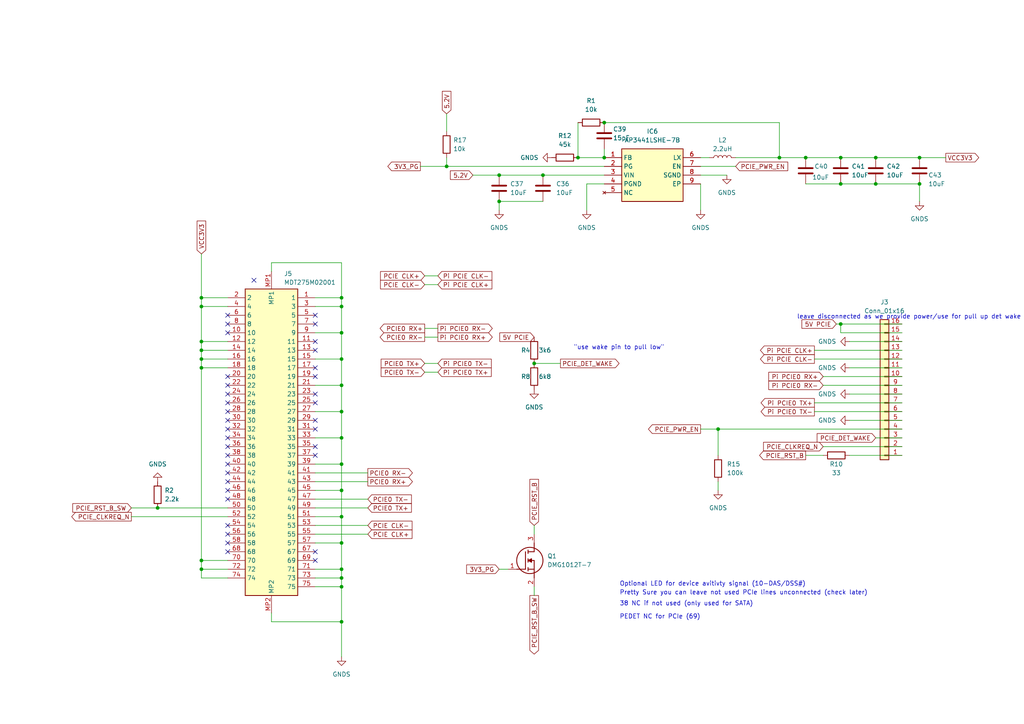
<source format=kicad_sch>
(kicad_sch (version 20230121) (generator eeschema)
  (paper "A4")
  (lib_symbols
    (symbol "Connector:MDT275M02001"
      (property "Reference" "J" (at 95.25 12.7 0))
      (property "Value" "MDT275M02001" (at 95.25 10.16 0))
      (symbol "MDT275M02001_1_1"
        (rectangle (start 5.08 7.62) (end 93.98 -7.62) (stroke (width 0.254)) (fill (type background)))
        (pin passive line (at 7.62 12.7 270) (length 5.08) (name "1") (number "1"))
        (pin passive line (at 17.78 -12.7 90) (length 5.08) (name "10") (number "10"))
        (pin passive line (at 20.32 12.7 270) (length 5.08) (name "11") (number "11"))
        (pin passive line (at 20.32 -12.7 90) (length 5.08) (name "12") (number "12"))
        (pin passive line (at 22.86 12.7 270) (length 5.08) (name "13") (number "13"))
        (pin passive line (at 22.86 -12.7 90) (length 5.08) (name "14") (number "14"))
        (pin passive line (at 25.4 12.7 270) (length 5.08) (name "15") (number "15"))
        (pin passive line (at 25.4 -12.7 90) (length 5.08) (name "16") (number "16"))
        (pin passive line (at 27.94 12.7 270) (length 5.08) (name "17") (number "17"))
        (pin passive line (at 27.94 -12.7 90) (length 5.08) (name "18") (number "18"))
        (pin passive line (at 30.48 12.7 270) (length 5.08) (name "19") (number "19"))
        (pin passive line (at 7.62 -12.7 90) (length 5.08) (name "2") (number "2"))
        (pin passive line (at 30.48 -12.7 90) (length 5.08) (name "20") (number "20"))
        (pin passive line (at 33.02 12.7 270) (length 5.08) (name "21") (number "21"))
        (pin passive line (at 33.02 -12.7 90) (length 5.08) (name "22") (number "22"))
        (pin passive line (at 35.56 12.7 270) (length 5.08) (name "23") (number "23"))
        (pin passive line (at 35.56 -12.7 90) (length 5.08) (name "24") (number "24"))
        (pin passive line (at 38.1 12.7 270) (length 5.08) (name "25") (number "25"))
        (pin passive line (at 38.1 -12.7 90) (length 5.08) (name "26") (number "26"))
        (pin passive line (at 40.64 12.7 270) (length 5.08) (name "27") (number "27"))
        (pin passive line (at 40.64 -12.7 90) (length 5.08) (name "28") (number "28"))
        (pin passive line (at 43.18 12.7 270) (length 5.08) (name "29") (number "29"))
        (pin passive line (at 10.16 12.7 270) (length 5.08) (name "3") (number "3"))
        (pin passive line (at 43.18 -12.7 90) (length 5.08) (name "30") (number "30"))
        (pin passive line (at 45.72 12.7 270) (length 5.08) (name "31") (number "31"))
        (pin passive line (at 45.72 -12.7 90) (length 5.08) (name "32") (number "32"))
        (pin passive line (at 48.26 12.7 270) (length 5.08) (name "33") (number "33"))
        (pin passive line (at 48.26 -12.7 90) (length 5.08) (name "34") (number "34"))
        (pin passive line (at 50.8 12.7 270) (length 5.08) (name "35") (number "35"))
        (pin passive line (at 50.8 -12.7 90) (length 5.08) (name "36") (number "36"))
        (pin passive line (at 53.34 12.7 270) (length 5.08) (name "37") (number "37"))
        (pin passive line (at 53.34 -12.7 90) (length 5.08) (name "38") (number "38"))
        (pin passive line (at 55.88 12.7 270) (length 5.08) (name "39") (number "39"))
        (pin passive line (at 10.16 -12.7 90) (length 5.08) (name "4") (number "4"))
        (pin passive line (at 55.88 -12.7 90) (length 5.08) (name "40") (number "40"))
        (pin passive line (at 58.42 12.7 270) (length 5.08) (name "41") (number "41"))
        (pin passive line (at 58.42 -12.7 90) (length 5.08) (name "42") (number "42"))
        (pin passive line (at 60.96 12.7 270) (length 5.08) (name "43") (number "43"))
        (pin passive line (at 60.96 -12.7 90) (length 5.08) (name "44") (number "44"))
        (pin passive line (at 63.5 12.7 270) (length 5.08) (name "45") (number "45"))
        (pin passive line (at 63.5 -12.7 90) (length 5.08) (name "46") (number "46"))
        (pin passive line (at 66.04 12.7 270) (length 5.08) (name "47") (number "47"))
        (pin passive line (at 66.04 -12.7 90) (length 5.08) (name "48") (number "48"))
        (pin passive line (at 68.58 12.7 270) (length 5.08) (name "49") (number "49"))
        (pin passive line (at 12.7 12.7 270) (length 5.08) (name "5") (number "5"))
        (pin passive line (at 68.58 -12.7 90) (length 5.08) (name "50") (number "50"))
        (pin passive line (at 71.12 12.7 270) (length 5.08) (name "51") (number "51"))
        (pin passive line (at 71.12 -12.7 90) (length 5.08) (name "52") (number "52"))
        (pin passive line (at 73.66 12.7 270) (length 5.08) (name "53") (number "53"))
        (pin passive line (at 73.66 -12.7 90) (length 5.08) (name "54") (number "54"))
        (pin passive line (at 76.2 12.7 270) (length 5.08) (name "55") (number "55"))
        (pin passive line (at 76.2 -12.7 90) (length 5.08) (name "56") (number "56"))
        (pin passive line (at 78.74 12.7 270) (length 5.08) (name "57") (number "57"))
        (pin passive line (at 78.74 -12.7 90) (length 5.08) (name "58") (number "58"))
        (pin passive line (at 12.7 -12.7 90) (length 5.08) (name "6") (number "6"))
        (pin passive line (at 81.28 12.7 270) (length 5.08) (name "67") (number "67"))
        (pin passive line (at 81.28 -12.7 90) (length 5.08) (name "68") (number "68"))
        (pin passive line (at 83.82 12.7 270) (length 5.08) (name "69") (number "69"))
        (pin passive line (at 15.24 12.7 270) (length 5.08) (name "7") (number "7"))
        (pin passive line (at 83.82 -12.7 90) (length 5.08) (name "70") (number "70"))
        (pin passive line (at 86.36 12.7 270) (length 5.08) (name "71") (number "71"))
        (pin passive line (at 86.36 -12.7 90) (length 5.08) (name "72") (number "72"))
        (pin passive line (at 88.9 12.7 270) (length 5.08) (name "73") (number "73"))
        (pin passive line (at 88.9 -12.7 90) (length 5.08) (name "74") (number "74"))
        (pin passive line (at 91.44 12.7 270) (length 5.08) (name "75") (number "75"))
        (pin passive line (at 15.24 -12.7 90) (length 5.08) (name "8") (number "8"))
        (pin passive line (at 17.78 12.7 270) (length 5.08) (name "9") (number "9"))
        (pin passive line (at 0 0 0) (length 5.08) (name "MP1") (number "MP1"))
        (pin passive line (at 99.06 0 180) (length 5.08) (name "MP2") (number "MP2"))
      )
    )
    (symbol "Connector_Generic:Conn_01x16" (pin_names (offset 1.016) hide)
      (property "Reference" "J" (at 0 20.32 0))
      (property "Value" "Conn_01x16" (at 0 -22.86 0))
      (symbol "Conn_01x16_1_1"
        (rectangle (start -1.27 -20.193) (end 0 -20.447) (stroke (width 0.1524)))
        (rectangle (start -1.27 -17.653) (end 0 -17.907) (stroke (width 0.1524)))
        (rectangle (start -1.27 -15.113) (end 0 -15.367) (stroke (width 0.1524)))
        (rectangle (start -1.27 -12.573) (end 0 -12.827) (stroke (width 0.1524)))
        (rectangle (start -1.27 -10.033) (end 0 -10.287) (stroke (width 0.1524)))
        (rectangle (start -1.27 -7.493) (end 0 -7.747) (stroke (width 0.1524)))
        (rectangle (start -1.27 -4.953) (end 0 -5.207) (stroke (width 0.1524)))
        (rectangle (start -1.27 -2.413) (end 0 -2.667) (stroke (width 0.1524)))
        (rectangle (start -1.27 0.127) (end 0 -0.127) (stroke (width 0.1524)))
        (rectangle (start -1.27 2.667) (end 0 2.413) (stroke (width 0.1524)))
        (rectangle (start -1.27 5.207) (end 0 4.953) (stroke (width 0.1524)))
        (rectangle (start -1.27 7.747) (end 0 7.493) (stroke (width 0.1524)))
        (rectangle (start -1.27 10.287) (end 0 10.033) (stroke (width 0.1524)))
        (rectangle (start -1.27 12.827) (end 0 12.573) (stroke (width 0.1524)))
        (rectangle (start -1.27 15.367) (end 0 15.113) (stroke (width 0.1524)))
        (rectangle (start -1.27 17.907) (end 0 17.653) (stroke (width 0.1524)))
        (rectangle (start -1.27 19.05) (end 1.27 -21.59) (stroke (width 0.254)) (fill (type background)))
        (pin passive line (at -5.08 17.78 0) (length 3.81) (name "Pin_1") (number "1"))
        (pin passive line (at -5.08 -5.08 0) (length 3.81) (name "Pin_10") (number "10"))
        (pin passive line (at -5.08 -7.62 0) (length 3.81) (name "Pin_11") (number "11"))
        (pin passive line (at -5.08 -10.16 0) (length 3.81) (name "Pin_12") (number "12"))
        (pin passive line (at -5.08 -12.7 0) (length 3.81) (name "Pin_13") (number "13"))
        (pin passive line (at -5.08 -15.24 0) (length 3.81) (name "Pin_14") (number "14"))
        (pin passive line (at -5.08 -17.78 0) (length 3.81) (name "Pin_15") (number "15"))
        (pin passive line (at -5.08 -20.32 0) (length 3.81) (name "Pin_16") (number "16"))
        (pin passive line (at -5.08 15.24 0) (length 3.81) (name "Pin_2") (number "2"))
        (pin passive line (at -5.08 12.7 0) (length 3.81) (name "Pin_3") (number "3"))
        (pin passive line (at -5.08 10.16 0) (length 3.81) (name "Pin_4") (number "4"))
        (pin passive line (at -5.08 7.62 0) (length 3.81) (name "Pin_5") (number "5"))
        (pin passive line (at -5.08 5.08 0) (length 3.81) (name "Pin_6") (number "6"))
        (pin passive line (at -5.08 2.54 0) (length 3.81) (name "Pin_7") (number "7"))
        (pin passive line (at -5.08 0 0) (length 3.81) (name "Pin_8") (number "8"))
        (pin passive line (at -5.08 -2.54 0) (length 3.81) (name "Pin_9") (number "9"))
      )
    )
    (symbol "Converter_DCDC:AP3441LSHE-7B"
      (property "Reference" "IC" (at 24.13 7.62 0))
      (property "Value" "AP3441LSHE-7B" (at 24.13 5.08 0))
      (symbol "AP3441LSHE-7B_1_1"
        (rectangle (start 5.08 2.54) (end 22.86 -12.7) (stroke (width 0.254)) (fill (type background)))
        (pin passive line (at 0 0 0) (length 5.08) (name "FB") (number "1"))
        (pin passive line (at 0 -2.54 0) (length 5.08) (name "PG") (number "2"))
        (pin passive line (at 0 -5.08 0) (length 5.08) (name "VIN") (number "3"))
        (pin passive line (at 0 -7.62 0) (length 5.08) (name "PGND") (number "4"))
        (pin no_connect line (at 0 -10.16 0) (length 5.08) (name "NC") (number "5"))
        (pin passive line (at 27.94 0 180) (length 5.08) (name "LX") (number "6"))
        (pin passive line (at 27.94 -2.54 180) (length 5.08) (name "EN") (number "7"))
        (pin passive line (at 27.94 -5.08 180) (length 5.08) (name "SGND") (number "8"))
        (pin passive line (at 27.94 -7.62 180) (length 5.08) (name "EP") (number "9"))
      )
    )
    (symbol "Device:C" (pin_numbers hide) (pin_names (offset 0.254))
      (property "Reference" "C" (at 0.635 2.54 0))
      (property "Value" "C" (at 0.635 -2.54 0))
      (symbol "C_0_1"
        (polyline (pts (xy -2.032 -0.762) (xy 2.032 -0.762)) (stroke (width 0.508)))
        (polyline (pts (xy -2.032 0.762) (xy 2.032 0.762)) (stroke (width 0.508)))
      )
      (symbol "C_1_1"
        (pin passive line (at 0 3.81 270) (length 2.794) (name "~") (number "1"))
        (pin passive line (at 0 -3.81 90) (length 2.794) (name "~") (number "2"))
      )
    )
    (symbol "Device:L" (pin_numbers hide) (pin_names (offset 1.016) hide)
      (property "Reference" "L" (at -1.27 0 90))
      (property "Value" "L" (at 1.905 0 90))
      (symbol "L_0_1"
        (arc (start 0 -2.54) (mid 0.6323 -1.905) (end 0 -1.27))
        (arc (start 0 -1.27) (mid 0.6323 -0.635) (end 0 0))
        (arc (start 0 0) (mid 0.6323 0.635) (end 0 1.27))
        (arc (start 0 1.27) (mid 0.6323 1.905) (end 0 2.54))
      )
      (symbol "L_1_1"
        (pin passive line (at 0 3.81 270) (length 1.27) (name "1") (number "1"))
        (pin passive line (at 0 -3.81 90) (length 1.27) (name "2") (number "2"))
      )
    )
    (symbol "Device:R" (pin_numbers hide) (pin_names (offset 0))
      (property "Reference" "R" (at 2.032 0 90))
      (property "Value" "R" (at 0 0 90))
      (symbol "R_0_1"
        (rectangle (start -1.016 -2.54) (end 1.016 2.54) (stroke (width 0.254)))
      )
      (symbol "R_1_1"
        (pin passive line (at 0 3.81 270) (length 1.27) (name "~") (number "1"))
        (pin passive line (at 0 -3.81 90) (length 1.27) (name "~") (number "2"))
      )
    )
    (symbol "Diode:DMG1012T-7" (pin_names hide)
      (property "Reference" "Q" (at 11.43 3.81 0))
      (property "Value" "DMG1012T-7" (at 11.43 1.27 0))
      (symbol "DMG1012T-7_1_1"
        (polyline (pts (xy 2.54 0) (xy 5.08 0)) (stroke (width 0.254)))
        (polyline (pts (xy 5.08 5.08) (xy 5.08 0)) (stroke (width 0.254)))
        (polyline (pts (xy 5.842 -0.508) (xy 5.842 0.508)) (stroke (width 0.254)))
        (polyline (pts (xy 5.842 0) (xy 7.62 0)) (stroke (width 0.254)))
        (polyline (pts (xy 5.842 2.032) (xy 5.842 3.048)) (stroke (width 0.254)))
        (polyline (pts (xy 5.842 5.588) (xy 5.842 4.572)) (stroke (width 0.254)))
        (polyline (pts (xy 7.62 2.54) (xy 5.842 2.54)) (stroke (width 0.254)))
        (polyline (pts (xy 7.62 2.54) (xy 7.62 -2.54)) (stroke (width 0.254)))
        (polyline (pts (xy 7.62 5.08) (xy 5.842 5.08)) (stroke (width 0.254)))
        (polyline (pts (xy 7.62 5.08) (xy 7.62 7.62)) (stroke (width 0.254)))
        (polyline (pts (xy 5.842 2.54) (xy 6.858 3.048) (xy 6.858 2.032) (xy 5.842 2.54)) (stroke (width 0.254)) (fill (type outline)))
        (circle (center 6.35 2.54) (radius 3.81) (stroke (width 0.254)))
        (pin passive line (at 0 0 0) (length 2.54) (name "G") (number "1"))
        (pin passive line (at 7.62 -5.08 90) (length 2.54) (name "S") (number "2"))
        (pin passive line (at 7.62 10.16 270) (length 2.54) (name "D") (number "3"))
      )
    )
    (symbol "R_1" (pin_numbers hide) (pin_names (offset 0))
      (property "Reference" "R" (at 2.032 0 90))
      (property "Value" "R" (at 0 0 90))
      (symbol "R_1_0_1"
        (rectangle (start -1.016 -2.54) (end 1.016 2.54) (stroke (width 0.254)))
      )
      (symbol "R_1_1_1"
        (pin passive line (at 0 3.81 270) (length 1.27) (name "~") (number "1"))
        (pin passive line (at 0 -3.81 90) (length 1.27) (name "~") (number "2"))
      )
    )
    (symbol "power:GNDS" (power) (pin_names (offset 0))
      (property "Value" "GNDS" (at 0 -3.81 0))
      (symbol "GNDS_0_1"
        (polyline (pts (xy 0 0) (xy 0 -1.27) (xy 1.27 -1.27) (xy 0 -2.54) (xy -1.27 -1.27) (xy 0 -1.27)))
      )
      (symbol "GNDS_1_1"
        (pin power_in line (at 0 0 270) (length 0) hide (name "GNDS") (number "1"))
      )
    )
  )
  (junction (at 99.06 86.36))
  (junction (at 99.06 127))
  (junction (at 226.06 45.72))
  (junction (at 254 45.72))
  (junction (at 99.06 180.34))
  (junction (at 99.06 119.38))
  (junction (at 243.84 53.34))
  (junction (at 58.42 101.6))
  (junction (at 58.42 162.56))
  (junction (at 243.84 93.98))
  (junction (at 58.42 106.68))
  (junction (at 99.06 170.18))
  (junction (at 175.26 45.72))
  (junction (at 175.26 35.56))
  (junction (at 144.78 58.42))
  (junction (at 99.06 134.62))
  (junction (at 154.94 105.41))
  (junction (at 99.06 167.64))
  (junction (at 243.84 45.72))
  (junction (at 99.06 111.76))
  (junction (at 58.42 104.14))
  (junction (at 167.64 45.72))
  (junction (at 58.42 165.1))
  (junction (at 58.42 86.36))
  (junction (at 233.68 45.72))
  (junction (at 58.42 88.9))
  (junction (at 99.06 149.86))
  (junction (at 266.7 53.34))
  (junction (at 45.72 147.32))
  (junction (at 157.48 50.8))
  (junction (at 99.06 142.24))
  (junction (at 208.28 124.46))
  (junction (at 144.78 50.8))
  (junction (at 266.7 45.72))
  (junction (at 58.42 99.06))
  (junction (at 99.06 96.52))
  (junction (at 99.06 104.14))
  (junction (at 99.06 165.1))
  (junction (at 254 53.34))
  (junction (at 99.06 157.48))
  (junction (at 99.06 88.9))
  (junction (at 129.54 48.26))
  (no_connect (at 91.44 99.06))
  (no_connect (at 66.04 121.92))
  (no_connect (at 66.04 152.4))
  (no_connect (at 66.04 142.24))
  (no_connect (at 66.04 127))
  (no_connect (at 91.44 162.56))
  (no_connect (at 91.44 91.44))
  (no_connect (at 91.44 116.84))
  (no_connect (at 66.04 124.46))
  (no_connect (at 66.04 134.62))
  (no_connect (at 66.04 111.76))
  (no_connect (at 91.44 129.54))
  (no_connect (at 91.44 106.68))
  (no_connect (at 66.04 144.78))
  (no_connect (at 91.44 93.98))
  (no_connect (at 66.04 132.08))
  (no_connect (at 66.04 93.98))
  (no_connect (at 91.44 109.22))
  (no_connect (at 66.04 116.84))
  (no_connect (at 66.04 129.54))
  (no_connect (at 91.44 132.08))
  (no_connect (at 91.44 114.3))
  (no_connect (at 91.44 160.02))
  (no_connect (at 91.44 101.6))
  (no_connect (at 66.04 157.48))
  (no_connect (at 91.44 124.46))
  (no_connect (at 66.04 109.22))
  (no_connect (at 66.04 119.38))
  (no_connect (at 66.04 154.94))
  (no_connect (at 66.04 96.52))
  (no_connect (at 66.04 137.16))
  (no_connect (at 66.04 91.44))
  (no_connect (at 66.04 160.02))
  (no_connect (at 73.66 81.28))
  (no_connect (at 66.04 114.3))
  (no_connect (at 91.44 121.92))
  (no_connect (at 66.04 139.7))
  (wire (pts (xy 246.38 99.06) (xy 261.62 99.06)))
  (wire (pts (xy 99.06 180.34) (xy 99.06 190.5)))
  (wire (pts (xy 78.74 78.74) (xy 78.74 76.2)))
  (wire (pts (xy 127 107.95) (xy 123.19 107.95)))
  (wire (pts (xy 226.06 45.72) (xy 233.68 45.72)))
  (wire (pts (xy 91.44 167.64) (xy 99.06 167.64)))
  (wire (pts (xy 170.18 53.34) (xy 175.26 53.34)))
  (wire (pts (xy 58.42 165.1) (xy 58.42 167.64)))
  (wire (pts (xy 58.42 101.6) (xy 66.04 101.6)))
  (wire (pts (xy 238.76 111.76) (xy 261.62 111.76)))
  (wire (pts (xy 99.06 76.2) (xy 99.06 86.36)))
  (wire (pts (xy 91.44 170.18) (xy 99.06 170.18)))
  (wire (pts (xy 99.06 88.9) (xy 91.44 88.9)))
  (wire (pts (xy 58.42 99.06) (xy 58.42 101.6)))
  (wire (pts (xy 213.36 45.72) (xy 226.06 45.72)))
  (wire (pts (xy 99.06 142.24) (xy 91.44 142.24)))
  (wire (pts (xy 144.78 50.8) (xy 157.48 50.8)))
  (wire (pts (xy 154.94 170.18) (xy 154.94 172.72)))
  (wire (pts (xy 99.06 96.52) (xy 91.44 96.52)))
  (wire (pts (xy 246.38 132.08) (xy 261.62 132.08)))
  (wire (pts (xy 78.74 177.8) (xy 78.74 180.34)))
  (wire (pts (xy 66.04 86.36) (xy 58.42 86.36)))
  (wire (pts (xy 154.94 152.4) (xy 154.94 154.94)))
  (wire (pts (xy 233.68 53.34) (xy 243.84 53.34)))
  (wire (pts (xy 58.42 88.9) (xy 58.42 99.06)))
  (wire (pts (xy 127 80.01) (xy 123.19 80.01)))
  (wire (pts (xy 99.06 127) (xy 91.44 127)))
  (wire (pts (xy 236.22 101.6) (xy 261.62 101.6)))
  (wire (pts (xy 246.38 121.92) (xy 261.62 121.92)))
  (wire (pts (xy 261.62 96.52) (xy 243.84 96.52)))
  (wire (pts (xy 78.74 76.2) (xy 99.06 76.2)))
  (wire (pts (xy 99.06 170.18) (xy 99.06 180.34)))
  (wire (pts (xy 203.2 53.34) (xy 203.2 60.96)))
  (wire (pts (xy 99.06 119.38) (xy 91.44 119.38)))
  (wire (pts (xy 99.06 88.9) (xy 99.06 96.52)))
  (wire (pts (xy 91.44 165.1) (xy 99.06 165.1)))
  (wire (pts (xy 203.2 50.8) (xy 210.82 50.8)))
  (wire (pts (xy 121.92 48.26) (xy 129.54 48.26)))
  (wire (pts (xy 226.06 35.56) (xy 175.26 35.56)))
  (wire (pts (xy 208.28 124.46) (xy 261.62 124.46)))
  (wire (pts (xy 99.06 119.38) (xy 99.06 127)))
  (wire (pts (xy 144.78 58.42) (xy 144.78 60.96)))
  (wire (pts (xy 45.72 147.32) (xy 66.04 147.32)))
  (wire (pts (xy 99.06 157.48) (xy 99.06 165.1)))
  (wire (pts (xy 261.62 127) (xy 254 127)))
  (wire (pts (xy 144.78 58.42) (xy 157.48 58.42)))
  (wire (pts (xy 127 82.55) (xy 123.19 82.55)))
  (wire (pts (xy 99.06 149.86) (xy 99.06 157.48)))
  (wire (pts (xy 91.44 104.14) (xy 99.06 104.14)))
  (wire (pts (xy 99.06 167.64) (xy 99.06 170.18)))
  (wire (pts (xy 99.06 165.1) (xy 99.06 167.64)))
  (wire (pts (xy 99.06 86.36) (xy 99.06 88.9)))
  (wire (pts (xy 175.26 43.18) (xy 175.26 45.72)))
  (wire (pts (xy 203.2 124.46) (xy 208.28 124.46)))
  (wire (pts (xy 243.84 96.52) (xy 243.84 93.98)))
  (wire (pts (xy 58.42 101.6) (xy 58.42 104.14)))
  (wire (pts (xy 99.06 142.24) (xy 99.06 149.86)))
  (wire (pts (xy 203.2 48.26) (xy 213.36 48.26)))
  (wire (pts (xy 99.06 134.62) (xy 99.06 142.24)))
  (wire (pts (xy 58.42 167.64) (xy 66.04 167.64)))
  (wire (pts (xy 170.18 53.34) (xy 170.18 60.96)))
  (wire (pts (xy 167.64 35.56) (xy 167.64 45.72)))
  (wire (pts (xy 274.32 45.72) (xy 266.7 45.72)))
  (wire (pts (xy 266.7 58.42) (xy 266.7 53.34)))
  (wire (pts (xy 242.57 93.98) (xy 243.84 93.98)))
  (wire (pts (xy 78.74 180.34) (xy 99.06 180.34)))
  (wire (pts (xy 127 95.25) (xy 123.19 95.25)))
  (wire (pts (xy 38.1 147.32) (xy 45.72 147.32)))
  (wire (pts (xy 175.26 50.8) (xy 157.48 50.8)))
  (wire (pts (xy 58.42 88.9) (xy 66.04 88.9)))
  (wire (pts (xy 58.42 104.14) (xy 58.42 106.68)))
  (wire (pts (xy 226.06 35.56) (xy 226.06 45.72)))
  (wire (pts (xy 243.84 53.34) (xy 254 53.34)))
  (wire (pts (xy 58.42 162.56) (xy 58.42 165.1)))
  (wire (pts (xy 91.44 144.78) (xy 106.68 144.78)))
  (wire (pts (xy 254 53.34) (xy 266.7 53.34)))
  (wire (pts (xy 127 105.41) (xy 123.19 105.41)))
  (wire (pts (xy 58.42 106.68) (xy 58.42 162.56)))
  (wire (pts (xy 236.22 116.84) (xy 261.62 116.84)))
  (wire (pts (xy 58.42 73.66) (xy 58.42 86.36)))
  (wire (pts (xy 66.04 165.1) (xy 58.42 165.1)))
  (wire (pts (xy 233.68 45.72) (xy 243.84 45.72)))
  (wire (pts (xy 208.28 139.7) (xy 208.28 142.24)))
  (wire (pts (xy 246.38 106.68) (xy 261.62 106.68)))
  (wire (pts (xy 99.06 127) (xy 99.06 134.62)))
  (wire (pts (xy 246.38 114.3) (xy 261.62 114.3)))
  (wire (pts (xy 38.1 149.86) (xy 66.04 149.86)))
  (wire (pts (xy 129.54 33.02) (xy 129.54 38.1)))
  (wire (pts (xy 238.76 129.54) (xy 261.62 129.54)))
  (wire (pts (xy 99.06 111.76) (xy 91.44 111.76)))
  (wire (pts (xy 233.68 132.08) (xy 238.76 132.08)))
  (wire (pts (xy 91.44 147.32) (xy 106.68 147.32)))
  (wire (pts (xy 91.44 149.86) (xy 99.06 149.86)))
  (wire (pts (xy 91.44 154.94) (xy 106.68 154.94)))
  (wire (pts (xy 91.44 137.16) (xy 106.68 137.16)))
  (wire (pts (xy 129.54 48.26) (xy 175.26 48.26)))
  (wire (pts (xy 58.42 99.06) (xy 66.04 99.06)))
  (wire (pts (xy 66.04 104.14) (xy 58.42 104.14)))
  (wire (pts (xy 261.62 109.22) (xy 238.76 109.22)))
  (wire (pts (xy 144.78 165.1) (xy 147.32 165.1)))
  (wire (pts (xy 208.28 124.46) (xy 208.28 132.08)))
  (wire (pts (xy 99.06 96.52) (xy 99.06 104.14)))
  (wire (pts (xy 137.16 50.8) (xy 144.78 50.8)))
  (wire (pts (xy 167.64 45.72) (xy 175.26 45.72)))
  (wire (pts (xy 91.44 152.4) (xy 106.68 152.4)))
  (wire (pts (xy 127 97.79) (xy 123.19 97.79)))
  (wire (pts (xy 236.22 119.38) (xy 261.62 119.38)))
  (wire (pts (xy 154.94 105.41) (xy 162.56 105.41)))
  (wire (pts (xy 254 45.72) (xy 266.7 45.72)))
  (wire (pts (xy 129.54 45.72) (xy 129.54 48.26)))
  (wire (pts (xy 99.06 104.14) (xy 99.06 111.76)))
  (wire (pts (xy 99.06 157.48) (xy 91.44 157.48)))
  (wire (pts (xy 236.22 104.14) (xy 261.62 104.14)))
  (wire (pts (xy 99.06 86.36) (xy 91.44 86.36)))
  (wire (pts (xy 58.42 106.68) (xy 66.04 106.68)))
  (wire (pts (xy 243.84 93.98) (xy 261.62 93.98)))
  (wire (pts (xy 203.2 45.72) (xy 205.74 45.72)))
  (wire (pts (xy 58.42 86.36) (xy 58.42 88.9)))
  (wire (pts (xy 99.06 134.62) (xy 91.44 134.62)))
  (wire (pts (xy 66.04 162.56) (xy 58.42 162.56)))
  (wire (pts (xy 243.84 45.72) (xy 254 45.72)))
  (wire (pts (xy 91.44 139.7) (xy 106.68 139.7)))
  (wire (pts (xy 99.06 111.76) (xy 99.06 119.38)))
  (text "probably at least isolate this ground or at best imagine\ncurrent return paths for the impedance matched signals" (at -161.29 288.29 0) (effects (font (size 1.27 1.27)) (justify left bottom)))
  (text "probably need to drive this low with pull down so we dont\nfloat the sleep pin" (at -167.005 127 0) (effects (font (size 1.27 1.27)) (justify left bottom)))
  (text "i would add a jumper or cut trace for connecting this high/low\nor even a switch because it looks like rpi5 never has sleep implementation\nand the pcie card wont be able to even go to sleep so it doesnt\nneed to wake up but not certain on this" (at -174.625 208.915 0) (effects (font (size 1.27 1.27)) (justify left bottom)))
  (text "https://w.electrodragon.com/w/M.2_Pins" (at -167.005 130.81 0) (effects (font (size 1.27 1.27)) (justify left bottom)))
  (text "your power tag names are all over the place, make sure\nto connect what needs to be connected depending on where things are." (at -158.115 272.415 0) (effects (font (size 1.27 1.27)) (justify left bottom)))
  (text "PEDET NC for PCIe (69)" (at 179.705 179.705 0) (effects (font (size 1.27 1.27)) (justify left bottom)))
  (text "think about some 10uFs in parallel just for more power, \nik time constant makes it suck but you can just locate \nthem further away, closer to the converter side, just\n make sure we have enough charge in order to dump while\nreading/writing" (at -170.18 160.655 0) (effects (font (size 1.27 1.27)) (justify left bottom)))
  (text "leave disconnected as we provide power/use for pull up det wake\n" (at 231.14 92.71 0) (effects (font (size 1.27 1.27)) (justify left bottom)))
  (text "https://pinoutguide.com/HD/M.2_NGFF_connector_pinout.shtml" (at -173.355 189.865 0) (effects (font (size 1.27 1.27)) (justify left bottom)))
  (text "Pretty Sure you can leave not used PCIe lines unconnected (check later)" (at 179.705 172.72 0) (effects (font (size 1.27 1.27)) (justify left bottom)))
  (text "per pcie specification it looks like you may need to pull this \nhigh on platform side, and assert it high as a hat to the raspberry pi to \nmaintain power state" (at -172.085 173.355 0) (effects (font (size 1.27 1.27)) (justify left bottom)))
  (text "may need some 100nF caps just for transients" (at -163.83 144.145 0) (effects (font (size 1.27 1.27)) (justify left bottom)))
  (text "https://datasheets.raspberrypi.com/pcie/pcie-connector-standard.pdf" (at -175.895 220.345 0) (effects (font (size 1.27 1.27)) (justify left bottom)))
  (text "https://adaptivesupport.amd.com/s/question/0D52E00006hpaAbSAI/pci-express-wake-and-perst?language=en_US" (at -174.625 196.215 0) (effects (font (size 1.27 1.27)) (justify left bottom)))
  (text "importantly !!!! THIS SHOULD NOT be connected to det wake on raspberry pi" (at -174.625 182.245 0) (effects (font (size 1.27 1.27)) (justify left bottom)))
  (text "i dont think you should connect the pcie det wake to the m-slot, but follow\nthe hat specification and add a voltage divider or pull up " (at -160.02 256.54 0) (effects (font (size 1.27 1.27)) (justify left bottom)))
  (text "https://forums.raspberrypi.com/viewtopic.php?t=312052" (at -168.275 243.84 0) (effects (font (size 1.27 1.27)) (justify left bottom)))
  (text "\"use wake pin to pull low\"" (at 166.37 101.6 0) (effects (font (size 1.27 1.27)) (justify left bottom)))
  (text "38 NC if not used (only used for SATA)" (at 179.705 175.895 0) (effects (font (size 1.27 1.27)) (justify left bottom)))
  (text "the pogo is going to be a just worse supply versus\nthe 5.2 you have on board, if anything,\nyou should be using the pogo pin to supply the raspberry pi,\nor perhaps even solder that connection so it doesnt do anything\nunexpected during operating" (at -151.765 309.245 0) (effects (font (size 1.27 1.27)) (justify left bottom)))
  (text "Optional LED for device avitivty signal (10-DAS/DSS#)" (at 179.705 170.18 0) (effects (font (size 1.27 1.27)) (justify left bottom)))
  (text "https://forums.raspberrypi.com/viewtopic.php?t=295846" (at -174.625 233.045 0) (effects (font (size 1.27 1.27)) (justify left bottom)))
  (text "i dont see the wakeup pin being implemented on some designs\ncan we continuity check this on the board we have?" (at -170.18 137.795 0) (effects (font (size 1.27 1.27)) (justify left bottom)))
  (global_label "PCIE0 RX+" (shape output) (at 123.19 95.25 180) (property "Intersheetrefs" "${INTERSHEET_REFS}" (effects hide)))
  (global_label "PCIE_PWR_EN" (shape output) (at 203.2 124.46 180) (property "Intersheetrefs" "${INTERSHEET_REFS}" (effects hide)))
  (global_label "PCIE_DET_WAKE" (shape input) (at 254 127 180) (property "Intersheetrefs" "${INTERSHEET_REFS}" (effects hide)))
  (global_label "VCC3V3" (shape input) (at 58.42 73.66 90) (property "Intersheetrefs" "${INTERSHEET_REFS}" (effects hide)))
  (global_label "PCIE_DET_WAKE" (shape output) (at 162.56 105.41 0) (property "Intersheetrefs" "${INTERSHEET_REFS}" (effects hide)))
  (global_label "Pi PCIE CLK+" (shape input) (at 127 82.55 0) (property "Intersheetrefs" "${INTERSHEET_REFS}" (effects hide)))
  (global_label "VCC3V3" (shape output) (at 274.32 45.72 0) (property "Intersheetrefs" "${INTERSHEET_REFS}" (effects hide)))
  (global_label "Pi PCIE CLK+" (shape output) (at 236.22 101.6 180) (property "Intersheetrefs" "${INTERSHEET_REFS}" (effects hide)))
  (global_label "Pi PCIE0 RX-" (shape input) (at 238.76 111.76 180) (property "Intersheetrefs" "${INTERSHEET_REFS}" (effects hide)))
  (global_label "Pi PCIE0 TX-" (shape output) (at 236.22 119.38 180) (property "Intersheetrefs" "${INTERSHEET_REFS}" (effects hide)))
  (global_label "Pi PCIE CLK-" (shape output) (at 236.22 104.14 180) (property "Intersheetrefs" "${INTERSHEET_REFS}" (effects hide)))
  (global_label "5V PCIE" (shape input) (at 242.57 93.98 180) (property "Intersheetrefs" "${INTERSHEET_REFS}" (effects hide)))
  (global_label "PCIE0 TX+" (shape input) (at 123.19 105.41 180) (property "Intersheetrefs" "${INTERSHEET_REFS}" (effects hide)))
  (global_label "PCIE_RST_B_SW" (shape output) (at 154.94 172.72 270) (property "Intersheetrefs" "${INTERSHEET_REFS}" (effects hide)))
  (global_label "Pi PCIE0 TX+" (shape input) (at 127 107.95 0) (property "Intersheetrefs" "${INTERSHEET_REFS}" (effects hide)))
  (global_label "PCIE0 RX+" (shape output) (at 106.68 139.7 0) (property "Intersheetrefs" "${INTERSHEET_REFS}" (effects hide)))
  (global_label "PCIE_PWR_EN" (shape input) (at 213.36 48.26 0) (property "Intersheetrefs" "${INTERSHEET_REFS}" (effects hide)))
  (global_label "PCIE0 TX-" (shape input) (at 123.19 107.95 180) (property "Intersheetrefs" "${INTERSHEET_REFS}" (effects hide)))
  (global_label "PCIE0 RX-" (shape output) (at 123.19 97.79 180) (property "Intersheetrefs" "${INTERSHEET_REFS}" (effects hide)))
  (global_label "Pi PCIE0 RX+" (shape output) (at 127 97.79 0) (property "Intersheetrefs" "${INTERSHEET_REFS}" (effects hide)))
  (global_label "3V3_PG" (shape input) (at 144.78 165.1 180) (property "Intersheetrefs" "${INTERSHEET_REFS}" (effects hide)))
  (global_label "PCIE0 TX+" (shape input) (at 106.68 147.32 0) (property "Intersheetrefs" "${INTERSHEET_REFS}" (effects hide)))
  (global_label "PCIE CLK+" (shape input) (at 123.19 80.01 180) (property "Intersheetrefs" "${INTERSHEET_REFS}" (effects hide)))
  (global_label "PCIE0 RX-" (shape output) (at 106.68 137.16 0) (property "Intersheetrefs" "${INTERSHEET_REFS}" (effects hide)))
  (global_label "PCIE_RST_B" (shape output) (at 233.68 132.08 180) (property "Intersheetrefs" "${INTERSHEET_REFS}" (effects hide)))
  (global_label "PCIE_CLKREQ_N" (shape input) (at 238.76 129.54 180) (property "Intersheetrefs" "${INTERSHEET_REFS}" (effects hide)))
  (global_label "5.2V" (shape input) (at 137.16 50.8 180) (property "Intersheetrefs" "${INTERSHEET_REFS}" (effects hide)))
  (global_label "Pi PCIE CLK-" (shape input) (at 127 80.01 0) (property "Intersheetrefs" "${INTERSHEET_REFS}" (effects hide)))
  (global_label "PCIE CLK+" (shape input) (at 106.68 154.94 0) (property "Intersheetrefs" "${INTERSHEET_REFS}" (effects hide)))
  (global_label "PCIE_RST_B_SW" (shape input) (at 38.1 147.32 180) (property "Intersheetrefs" "${INTERSHEET_REFS}" (effects hide)))
  (global_label "5V PCIE" (shape input) (at 154.94 97.79 180) (property "Intersheetrefs" "${INTERSHEET_REFS}" (effects hide)))
  (global_label "Pi PCIE0 RX-" (shape output) (at 127 95.25 0) (property "Intersheetrefs" "${INTERSHEET_REFS}" (effects hide)))
  (global_label "PCIE_RST_B" (shape input) (at 154.94 152.4 90) (property "Intersheetrefs" "${INTERSHEET_REFS}" (effects hide)))
  (global_label "5.2V" (shape input) (at 129.54 33.02 90) (property "Intersheetrefs" "${INTERSHEET_REFS}" (effects hide)))
  (global_label "PCIE_CLKREQ_N" (shape output) (at 38.1 149.86 180) (property "Intersheetrefs" "${INTERSHEET_REFS}" (effects hide)))
  (global_label "PCIE0 TX-" (shape input) (at 106.68 144.78 0) (property "Intersheetrefs" "${INTERSHEET_REFS}" (effects hide)))
  (global_label "Pi PCIE0 TX+" (shape output) (at 236.22 116.84 180) (property "Intersheetrefs" "${INTERSHEET_REFS}" (effects hide)))
  (global_label "Pi PCIE0 RX+" (shape input) (at 238.76 109.22 180) (property "Intersheetrefs" "${INTERSHEET_REFS}" (effects hide)))
  (global_label "PCIE CLK-" (shape input) (at 106.68 152.4 0) (property "Intersheetrefs" "${INTERSHEET_REFS}" (effects hide)))
  (global_label "Pi PCIE0 TX-" (shape input) (at 127 105.41 0) (property "Intersheetrefs" "${INTERSHEET_REFS}" (effects hide)))
  (global_label "PCIE CLK-" (shape input) (at 123.19 82.55 180) (property "Intersheetrefs" "${INTERSHEET_REFS}" (effects hide)))
  (global_label "3V3_PG" (shape output) (at 121.92 48.26 180) (property "Intersheetrefs" "${INTERSHEET_REFS}" (effects hide)))
  (symbol (lib_id "Device:C") (at 233.68 49.53 0) (unit 1)
    (property "Reference" "C40" (at 236.22 48.26 0) (effects (justify left)))
    (property "Value" "10uF" (at 235.585 51.435 0) (effects (justify left)))
    (property "Footprint" "Capacitor_SMD:C_0402_1005Metric" (effects hide))
  )
  (symbol (lib_name "R_1") (lib_id "Device:R") (at 154.94 109.22 0) (unit 1)
    (property "Reference" "R8" (at 151.13 109.22 0) (effects (justify left)))
    (property "Value" "6k8" (at 156.21 109.22 0) (effects (justify left)))
    (property "Footprint" "Resistor_SMD:R_0402_1005Metric" (effects hide))
  )
  (symbol (lib_id "Device:C") (at 243.84 49.53 0) (unit 1)
    (property "Reference" "C41" (at 247.015 48.26 0) (effects (justify left)))
    (property "Value" "10uF" (at 247.015 50.8 0) (effects (justify left)))
    (property "Footprint" "Capacitor_SMD:C_0402_1005Metric" (effects hide))
  )
  (symbol (lib_id "power:GNDS") (at 45.72 139.7 180) (unit 1)
    (property "Reference" "#PWR020" (effects hide))
    (property "Value" "GNDS" (at 45.72 134.62 0))
  )
  (symbol (lib_id "power:GNDS") (at 246.38 114.3 270) (unit 1)
    (property "Reference" "#PWR023" (effects hide))
    (property "Value" "GNDS" (at 242.57 114.3 90) (effects (justify right)))
  )
  (symbol (lib_id "power:GNDS") (at 246.38 106.68 270) (unit 1)
    (property "Reference" "#PWR022" (effects hide))
    (property "Value" "GNDS" (at 242.57 106.68 90) (effects (justify right)))
  )
  (symbol (lib_id "power:GNDS") (at 144.78 60.96 0) (unit 1)
    (property "Reference" "#PWR070" (effects hide))
    (property "Value" "GNDS" (at 144.78 66.04 0))
  )
  (symbol (lib_id "Device:C") (at 266.7 49.53 0) (unit 1)
    (property "Reference" "C43" (at 269.24 50.8 0) (effects (justify left)))
    (property "Value" "10uF" (at 269.24 53.34 0) (effects (justify left)))
    (property "Footprint" "Capacitor_SMD:C_0402_1005Metric" (effects hide))
  )
  (symbol (lib_id "power:GNDS") (at 99.06 190.5 0) (unit 1)
    (property "Reference" "#PWR026" (effects hide))
    (property "Value" "GNDS" (at 99.06 195.58 0))
  )
  (symbol (lib_id "Device:C") (at 144.78 54.61 0) (unit 1)
    (property "Reference" "C37" (at 147.955 53.34 0) (effects (justify left)))
    (property "Value" "10uF" (at 147.955 55.88 0) (effects (justify left)))
    (property "Footprint" "Capacitor_SMD:C_0402_1005Metric" (effects hide))
  )
  (symbol (lib_id "power:GNDS") (at 203.2 60.96 0) (unit 1)
    (property "Reference" "#PWR054" (effects hide))
    (property "Value" "GNDS" (at 203.2 66.04 0))
  )
  (symbol (lib_id "power:GNDS") (at 246.38 121.92 270) (unit 1)
    (property "Reference" "#PWR024" (effects hide))
    (property "Value" "GNDS" (at 242.57 121.92 90) (effects (justify right)))
  )
  (symbol (lib_id "Device:C") (at 157.48 54.61 0) (unit 1)
    (property "Reference" "C36" (at 161.29 53.34 0) (effects (justify left)))
    (property "Value" "10uF" (at 161.29 55.88 0) (effects (justify left)))
    (property "Footprint" "Capacitor_SMD:C_0402_1005Metric" (effects hide))
  )
  (symbol (lib_name "R_1") (lib_id "Device:R") (at 154.94 101.6 0) (unit 1)
    (property "Reference" "R4" (at 151.13 101.6 0) (effects (justify left)))
    (property "Value" "3k6" (at 156.21 101.6 0) (effects (justify left)))
    (property "Footprint" "Resistor_SMD:R_0402_1005Metric" (effects hide))
  )
  (symbol (lib_id "power:GNDS") (at 154.94 113.03 0) (unit 1)
    (property "Reference" "#PWR028" (effects hide))
    (property "Value" "GNDS" (at 154.94 118.11 0))
  )
  (symbol (lib_id "Connector:MDT275M02001") (at 78.74 78.74 270) (unit 1)
    (property "Reference" "J5" (at 82.3661 79.375 90) (effects (justify left)))
    (property "Value" "MDT275M02001" (at 82.3661 81.915 90) (effects (justify left)))
    (property "Footprint" "21xt_footprints:MDT275M02001" (effects hide))
    (property "Datasheet" "https://cdn.amphenol-cs.com/media/wysiwyg/files/documentation/datasheet/ssio/ssio_pcie_m2.pdf" (effects hide))
    (property "Height" "2.75" (effects hide))
    (property "Mouser Part Number" "523-MDT275M02001" (effects hide))
    (property "Mouser Price/Stock" "https://www.mouser.co.uk/ProductDetail/Amphenol-FCI/MDT275M02001?qs=lrCDz5EUXIa69GdSlBLTlg%3D%3D" (effects hide))
    (property "Manufacturer_Name" "Amphenol Communications Solutions" (effects hide))
    (property "Manufacturer_Part_Number" "MDT275M02001" (effects hide))
  )
  (symbol (lib_id "Device:R") (at 163.83 45.72 90) (unit 1)
    (property "Reference" "R12" (at 163.83 39.37 90))
    (property "Value" "45k" (at 163.83 41.91 90))
    (property "Footprint" "Resistor_SMD:R_0402_1005Metric" (effects hide))
  )
  (symbol (lib_id "Diode:DMG1012T-7") (at 147.32 165.1 0) (unit 1)
    (property "Reference" "Q1" (at 158.75 161.29 0) (effects (justify left)))
    (property "Value" "DMG1012T-7" (at 158.75 163.83 0) (effects (justify left)))
    (property "Footprint" "21xt_footprints:SOT50P160X90-3N" (effects hide))
    (property "Datasheet" "https://www.diodes.com//assets/Datasheets/DMG1012T.pdf" (effects hide))
    (property "Height" "0.9" (effects hide))
    (property "Mouser Part Number" "621-DMG1012T-7" (effects hide))
    (property "Mouser Price/Stock" "https://www.mouser.co.uk/ProductDetail/Diodes-Incorporated/DMG1012T-7?qs=vIZ3oKQCLxoEnfyeB0HcGQ%3D%3D" (effects hide))
    (property "Manufacturer_Name" "Diodes Incorporated" (effects hide))
    (property "Manufacturer_Part_Number" "DMG1012T-7" (effects hide))
  )
  (symbol (lib_id "Converter_DCDC:AP3441LSHE-7B") (at 175.26 45.72 0) (unit 1)
    (property "Reference" "IC6" (at 189.23 38.1 0))
    (property "Value" "AP3441LSHE-7B" (at 189.23 40.64 0))
    (property "Footprint" "21xt_footprints:AP3441LSHE7B" (effects hide))
    (property "Datasheet" "https://www.diodes.com//assets/Datasheets/AP3441-L.pdf" (effects hide))
    (property "Height" "0.6" (effects hide))
    (property "Mouser Part Number" "621-AP3441LSHE-7B" (effects hide))
    (property "Mouser Price/Stock" "https://www.mouser.co.uk/ProductDetail/Diodes-Incorporated/AP3441LSHE-7B?qs=wUXugUrL1qypzVa4NB91Hg%3D%3D" (effects hide))
    (property "Manufacturer_Name" "Diodes Incorporated" (effects hide))
    (property "Manufacturer_Part_Number" "AP3441LSHE-7B" (effects hide))
  )
  (symbol (lib_id "Device:C") (at 254 49.53 0) (unit 1)
    (property "Reference" "C42" (at 257.175 48.26 0) (effects (justify left)))
    (property "Value" "10uF" (at 257.175 50.8 0) (effects (justify left)))
    (property "Footprint" "Capacitor_SMD:C_0402_1005Metric" (effects hide))
  )
  (symbol (lib_id "Device:R") (at 45.72 143.51 0) (unit 1)
    (property "Reference" "R2" (at 47.752 142.24 0) (effects (justify left)))
    (property "Value" "2.2k" (at 47.752 144.78 0) (effects (justify left)))
    (property "Footprint" "Resistor_SMD:R_0402_1005Metric" (effects hide))
  )
  (symbol (lib_id "Connector_Generic:Conn_01x16") (at 256.54 114.3 180) (unit 1)
    (property "Reference" "J3" (at 256.54 87.63 0))
    (property "Value" "Conn_01x16" (at 256.54 90.17 0))
    (property "Footprint" "21xt_footprints:ZF5S1601TWT" (effects hide))
  )
  (symbol (lib_id "power:GNDS") (at 246.38 99.06 270) (unit 1)
    (property "Reference" "#PWR021" (effects hide))
    (property "Value" "GNDS" (at 242.57 99.06 90) (effects (justify right)))
  )
  (symbol (lib_id "Device:L") (at 209.55 45.72 90) (unit 1)
    (property "Reference" "L2" (at 209.55 40.64 90))
    (property "Value" "2.2uH" (at 209.55 43.18 90))
    (property "Footprint" "Inductor_SMD:L_1008_2520Metric" (effects hide))
  )
  (symbol (lib_id "power:GNDS") (at 210.82 50.8 0) (unit 1)
    (property "Reference" "#PWR055" (effects hide))
    (property "Value" "GNDS" (at 210.82 55.88 0))
  )
  (symbol (lib_id "power:GNDS") (at 266.7 58.42 0) (unit 1)
    (property "Reference" "#PWR035" (effects hide))
    (property "Value" "GNDS" (at 266.7 63.5 0))
  )
  (symbol (lib_id "Device:R") (at 171.45 35.56 270) (unit 1)
    (property "Reference" "R1" (at 171.45 29.21 90))
    (property "Value" "10k" (at 171.45 31.75 90))
    (property "Footprint" "Resistor_SMD:R_0402_1005Metric" (effects hide))
  )
  (symbol (lib_id "Device:R") (at 208.28 135.89 0) (unit 1)
    (property "Reference" "R15" (at 210.82 134.62 0) (effects (justify left)))
    (property "Value" "100k" (at 210.82 137.16 0) (effects (justify left)))
    (property "Footprint" "Resistor_SMD:R_0402_1005Metric" (effects hide))
  )
  (symbol (lib_id "power:GNDS") (at 208.28 142.24 0) (unit 1)
    (property "Reference" "#PWR036" (effects hide))
    (property "Value" "GNDS" (at 208.28 147.32 0))
  )
  (symbol (lib_id "power:GNDS") (at 170.18 60.96 0) (unit 1)
    (property "Reference" "#PWR033" (effects hide))
    (property "Value" "GNDS" (at 170.18 66.04 0))
  )
  (symbol (lib_id "Device:R") (at 242.57 132.08 270) (unit 1)
    (property "Reference" "R10" (at 242.57 134.62 90))
    (property "Value" "33" (at 242.57 137.16 90))
    (property "Footprint" "Resistor_SMD:R_0402_1005Metric" (effects hide))
  )
  (symbol (lib_id "Device:C") (at 175.26 39.37 0) (unit 1)
    (property "Reference" "C39" (at 177.8 37.465 0) (effects (justify left)))
    (property "Value" "15pF" (at 177.8 40.005 0) (effects (justify left)))
    (property "Footprint" "Capacitor_SMD:C_0402_1005Metric" (effects hide))
  )
  (symbol (lib_id "Device:R") (at 129.54 41.91 0) (unit 1)
    (property "Reference" "R17" (at 131.445 40.64 0) (effects (justify left)))
    (property "Value" "10k" (at 131.445 43.18 0) (effects (justify left)))
    (property "Footprint" "Resistor_SMD:R_0402_1005Metric" (effects hide))
  )
  (symbol (lib_id "power:GNDS") (at 160.02 45.72 270) (unit 1)
    (property "Reference" "#PWR034" (effects hide))
    (property "Value" "GNDS" (at 156.21 45.72 90) (effects (justify right)))
  )
)
</source>
